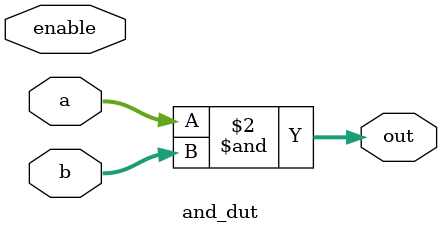
<source format=sv>
/* 
-----------------------------------------------------------------
File Name : dut.sv
Project/assignment : 
Last Modified : Fri 22 Dec 2017 06:18:16 PM IST
Creation Date : 13-10-2017
Version : v1
Author : Vishwajeet
Organisation : EITRA
-----------------------------------------------------------------
*/
module and_dut(input bit enable,input bit[7:0]a,b,output bit[7:0]out);

always @(enable)
begin
out = a & b;
end
endmodule

</source>
